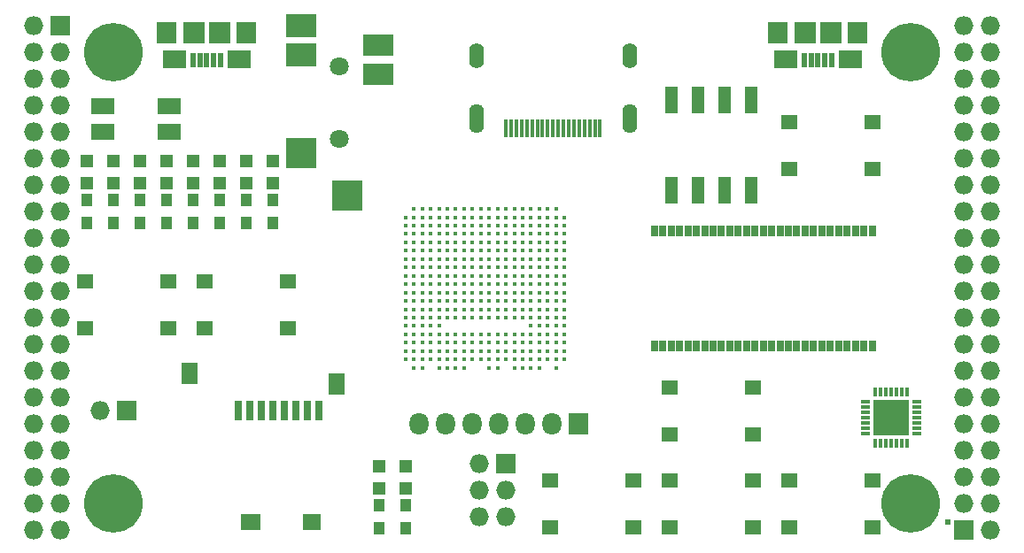
<source format=gts>
G04 #@! TF.FileFunction,Soldermask,Top*
%FSLAX46Y46*%
G04 Gerber Fmt 4.6, Leading zero omitted, Abs format (unit mm)*
G04 Created by KiCad (PCBNEW 4.0.7+dfsg1-1) date Wed Oct 11 12:58:41 2017*
%MOMM*%
%LPD*%
G01*
G04 APERTURE LIST*
%ADD10C,0.100000*%
%ADD11R,0.800000X1.900000*%
%ADD12R,1.700000X1.500000*%
%ADD13R,1.900000X1.500000*%
%ADD14R,1.500000X2.000000*%
%ADD15R,1.298880X1.298880*%
%ADD16R,0.660000X1.000000*%
%ADD17R,1.827200X1.827200*%
%ADD18O,1.827200X1.827200*%
%ADD19C,5.600000*%
%ADD20R,2.300000X1.500000*%
%ADD21R,1.000000X1.300000*%
%ADD22R,2.200000X1.700000*%
%ADD23R,2.000000X2.000000*%
%ADD24R,0.500000X1.450000*%
%ADD25R,1.900000X2.000000*%
%ADD26O,0.950000X0.400000*%
%ADD27O,0.400000X0.950000*%
%ADD28R,1.775000X1.775000*%
%ADD29R,0.600000X0.600000*%
%ADD30R,1.827200X2.132000*%
%ADD31O,1.827200X2.132000*%
%ADD32R,2.900000X2.300000*%
%ADD33R,2.900000X2.900000*%
%ADD34R,2.900000X2.100000*%
%ADD35C,1.800000*%
%ADD36O,1.400000X2.800000*%
%ADD37O,1.400000X2.400000*%
%ADD38R,0.350000X1.700000*%
%ADD39R,1.650000X1.400000*%
%ADD40R,1.220000X2.540000*%
%ADD41C,0.430000*%
G04 APERTURE END LIST*
D10*
D11*
X114930000Y-99520000D03*
X116030000Y-99520000D03*
X117130000Y-99520000D03*
X118230000Y-99520000D03*
X119330000Y-99520000D03*
X120430000Y-99520000D03*
X121530000Y-99520000D03*
X122630000Y-99520000D03*
D12*
X121920000Y-110120000D03*
D13*
X116120000Y-110120000D03*
D14*
X124320000Y-96970000D03*
X110270000Y-95970000D03*
D15*
X118230000Y-77709020D03*
X118230000Y-75610980D03*
X115690000Y-77709020D03*
X115690000Y-75610980D03*
X113150000Y-77709020D03*
X113150000Y-75610980D03*
X110610000Y-77709020D03*
X110610000Y-75610980D03*
X108070000Y-77709020D03*
X108070000Y-75610980D03*
X105530000Y-77709020D03*
X105530000Y-75610980D03*
X102990000Y-77709020D03*
X102990000Y-75610980D03*
X100450000Y-77709020D03*
X100450000Y-75610980D03*
D16*
X175480000Y-82270000D03*
X154680000Y-93330000D03*
X155480000Y-93330000D03*
X156280000Y-93330000D03*
X157080000Y-93330000D03*
X157880000Y-93330000D03*
X158680000Y-93330000D03*
X159480000Y-93330000D03*
X160280000Y-93330000D03*
X161080000Y-93330000D03*
X161880000Y-93330000D03*
X162680000Y-93330000D03*
X163480000Y-93330000D03*
X164280000Y-93330000D03*
X165080000Y-93330000D03*
X165880000Y-93330000D03*
X166680000Y-93330000D03*
X167480000Y-93330000D03*
X168280000Y-93330000D03*
X169080000Y-93330000D03*
X169880000Y-93330000D03*
X170680000Y-93330000D03*
X171480000Y-93330000D03*
X172280000Y-93330000D03*
X173080000Y-93330000D03*
X173880000Y-93330000D03*
X174680000Y-93330000D03*
X175480000Y-93330000D03*
X174680000Y-82270000D03*
X173880000Y-82270000D03*
X173080000Y-82270000D03*
X172280000Y-82270000D03*
X171480000Y-82270000D03*
X170680000Y-82270000D03*
X169880000Y-82270000D03*
X169080000Y-82270000D03*
X168280000Y-82270000D03*
X167480000Y-82270000D03*
X166680000Y-82270000D03*
X165880000Y-82270000D03*
X165080000Y-82270000D03*
X164280000Y-82270000D03*
X163480000Y-82270000D03*
X162680000Y-82270000D03*
X161880000Y-82270000D03*
X161080000Y-82270000D03*
X160280000Y-82270000D03*
X159480000Y-82270000D03*
X158680000Y-82270000D03*
X157880000Y-82270000D03*
X157080000Y-82270000D03*
X156280000Y-82270000D03*
X155480000Y-82270000D03*
X154680000Y-82270000D03*
D17*
X97910000Y-62690000D03*
D18*
X95370000Y-62690000D03*
X97910000Y-65230000D03*
X95370000Y-65230000D03*
X97910000Y-67770000D03*
X95370000Y-67770000D03*
X97910000Y-70310000D03*
X95370000Y-70310000D03*
X97910000Y-72850000D03*
X95370000Y-72850000D03*
X97910000Y-75390000D03*
X95370000Y-75390000D03*
X97910000Y-77930000D03*
X95370000Y-77930000D03*
X97910000Y-80470000D03*
X95370000Y-80470000D03*
X97910000Y-83010000D03*
X95370000Y-83010000D03*
X97910000Y-85550000D03*
X95370000Y-85550000D03*
X97910000Y-88090000D03*
X95370000Y-88090000D03*
X97910000Y-90630000D03*
X95370000Y-90630000D03*
X97910000Y-93170000D03*
X95370000Y-93170000D03*
X97910000Y-95710000D03*
X95370000Y-95710000D03*
X97910000Y-98250000D03*
X95370000Y-98250000D03*
X97910000Y-100790000D03*
X95370000Y-100790000D03*
X97910000Y-103330000D03*
X95370000Y-103330000D03*
X97910000Y-105870000D03*
X95370000Y-105870000D03*
X97910000Y-108410000D03*
X95370000Y-108410000D03*
X97910000Y-110950000D03*
X95370000Y-110950000D03*
D17*
X184270000Y-110950000D03*
D18*
X186810000Y-110950000D03*
X184270000Y-108410000D03*
X186810000Y-108410000D03*
X184270000Y-105870000D03*
X186810000Y-105870000D03*
X184270000Y-103330000D03*
X186810000Y-103330000D03*
X184270000Y-100790000D03*
X186810000Y-100790000D03*
X184270000Y-98250000D03*
X186810000Y-98250000D03*
X184270000Y-95710000D03*
X186810000Y-95710000D03*
X184270000Y-93170000D03*
X186810000Y-93170000D03*
X184270000Y-90630000D03*
X186810000Y-90630000D03*
X184270000Y-88090000D03*
X186810000Y-88090000D03*
X184270000Y-85550000D03*
X186810000Y-85550000D03*
X184270000Y-83010000D03*
X186810000Y-83010000D03*
X184270000Y-80470000D03*
X186810000Y-80470000D03*
X184270000Y-77930000D03*
X186810000Y-77930000D03*
X184270000Y-75390000D03*
X186810000Y-75390000D03*
X184270000Y-72850000D03*
X186810000Y-72850000D03*
X184270000Y-70310000D03*
X186810000Y-70310000D03*
X184270000Y-67770000D03*
X186810000Y-67770000D03*
X184270000Y-65230000D03*
X186810000Y-65230000D03*
X184270000Y-62690000D03*
X186810000Y-62690000D03*
D19*
X102990000Y-108410000D03*
X179190000Y-108410000D03*
X179190000Y-65230000D03*
X102990000Y-65230000D03*
D20*
X108274000Y-70330000D03*
X101974000Y-70330000D03*
X101974000Y-72830000D03*
X108274000Y-72830000D03*
D17*
X104260000Y-99520000D03*
D18*
X101720000Y-99520000D03*
D15*
X128390000Y-104820980D03*
X128390000Y-106919020D03*
X130930000Y-104820980D03*
X130930000Y-106919020D03*
D21*
X128390000Y-108580000D03*
X128390000Y-110780000D03*
X130930000Y-110780000D03*
X130930000Y-108580000D03*
D22*
X114980000Y-65875000D03*
X108780000Y-65875000D03*
D23*
X113080000Y-63325000D03*
X110680000Y-63325000D03*
D24*
X113180000Y-66000000D03*
X112530000Y-66000000D03*
X111880000Y-66000000D03*
X111230000Y-66000000D03*
X110580000Y-66000000D03*
D25*
X115680000Y-63325000D03*
X108080000Y-63325000D03*
D22*
X173400000Y-65875000D03*
X167200000Y-65875000D03*
D23*
X171500000Y-63325000D03*
X169100000Y-63325000D03*
D24*
X171600000Y-66000000D03*
X170950000Y-66000000D03*
X170300000Y-66000000D03*
X169650000Y-66000000D03*
X169000000Y-66000000D03*
D25*
X174100000Y-63325000D03*
X166500000Y-63325000D03*
D17*
X140455000Y-104600000D03*
D18*
X137915000Y-104600000D03*
X140455000Y-107140000D03*
X137915000Y-107140000D03*
X140455000Y-109680000D03*
X137915000Y-109680000D03*
D21*
X118230000Y-81570000D03*
X118230000Y-79370000D03*
X115690000Y-81570000D03*
X115690000Y-79370000D03*
X113150000Y-81570000D03*
X113150000Y-79370000D03*
X110610000Y-81570000D03*
X110610000Y-79370000D03*
X108070000Y-81570000D03*
X108070000Y-79370000D03*
X105530000Y-81570000D03*
X105530000Y-79370000D03*
X102990000Y-81570000D03*
X102990000Y-79370000D03*
X100450000Y-81570000D03*
X100450000Y-79370000D03*
D26*
X179735000Y-101655000D03*
X179735000Y-101155000D03*
X179735000Y-100655000D03*
X179735000Y-100155000D03*
X179735000Y-99655000D03*
X179735000Y-99155000D03*
X179735000Y-98655000D03*
D27*
X178785000Y-97705000D03*
X178285000Y-97705000D03*
X177785000Y-97705000D03*
X177285000Y-97705000D03*
X176785000Y-97705000D03*
X176285000Y-97705000D03*
X175785000Y-97705000D03*
D26*
X174835000Y-98655000D03*
X174835000Y-99155000D03*
X174835000Y-99655000D03*
X174835000Y-100155000D03*
X174835000Y-100655000D03*
X174835000Y-101155000D03*
X174835000Y-101655000D03*
D27*
X175785000Y-102605000D03*
X176285000Y-102605000D03*
X176785000Y-102605000D03*
X177285000Y-102605000D03*
X177785000Y-102605000D03*
X178285000Y-102605000D03*
X178785000Y-102605000D03*
D28*
X176447500Y-99317500D03*
X176447500Y-100992500D03*
X178122500Y-99317500D03*
X178122500Y-100992500D03*
D29*
X182680000Y-110200000D03*
D30*
X147440000Y-100790000D03*
D31*
X144900000Y-100790000D03*
X142360000Y-100790000D03*
X139820000Y-100790000D03*
X137280000Y-100790000D03*
X134740000Y-100790000D03*
X132200000Y-100790000D03*
D32*
X120880000Y-62640000D03*
X120880000Y-65440000D03*
D33*
X120880000Y-74840000D03*
X125330000Y-78940000D03*
D34*
X128280000Y-67340000D03*
X128280000Y-64540000D03*
D35*
X124580000Y-66540000D03*
X124580000Y-73540000D03*
D36*
X152280000Y-71550000D03*
X137680000Y-71550000D03*
D37*
X137680000Y-65500000D03*
D38*
X140480000Y-72500000D03*
X140980000Y-72500000D03*
X141480000Y-72500000D03*
X141980000Y-72500000D03*
X142480000Y-72500000D03*
X142980000Y-72500000D03*
X143480000Y-72500000D03*
X143980000Y-72500000D03*
X144480000Y-72500000D03*
X144980000Y-72500000D03*
X145480000Y-72500000D03*
X145980000Y-72500000D03*
X146480000Y-72500000D03*
X146980000Y-72500000D03*
X147480000Y-72500000D03*
X147980000Y-72500000D03*
X148480000Y-72500000D03*
X148980000Y-72500000D03*
X149480000Y-72500000D03*
D37*
X152280000Y-65500000D03*
D39*
X175550000Y-71870000D03*
X175550000Y-76370000D03*
X167590000Y-76370000D03*
X167590000Y-71870000D03*
X100280000Y-91610000D03*
X100280000Y-87110000D03*
X108240000Y-87110000D03*
X108240000Y-91610000D03*
X111710000Y-91610000D03*
X111710000Y-87110000D03*
X119670000Y-87110000D03*
X119670000Y-91610000D03*
X156160000Y-101770000D03*
X156160000Y-97270000D03*
X164120000Y-97270000D03*
X164120000Y-101770000D03*
X164120000Y-106160000D03*
X164120000Y-110660000D03*
X156160000Y-110660000D03*
X156160000Y-106160000D03*
X152690000Y-106160000D03*
X152690000Y-110660000D03*
X144730000Y-110660000D03*
X144730000Y-106160000D03*
X175550000Y-106160000D03*
X175550000Y-110660000D03*
X167590000Y-110660000D03*
X167590000Y-106160000D03*
D40*
X163950000Y-69815000D03*
X156330000Y-78425000D03*
X161410000Y-69815000D03*
X158870000Y-78425000D03*
X158870000Y-69815000D03*
X161410000Y-78425000D03*
X156330000Y-69815000D03*
X163950000Y-78425000D03*
D41*
X131680000Y-80200000D03*
X132480000Y-80200000D03*
X133280000Y-80200000D03*
X134080000Y-80200000D03*
X134880000Y-80200000D03*
X135680000Y-80200000D03*
X136480000Y-80200000D03*
X137280000Y-80200000D03*
X138080000Y-80200000D03*
X138880000Y-80200000D03*
X139680000Y-80200000D03*
X140480000Y-80200000D03*
X141280000Y-80200000D03*
X142080000Y-80200000D03*
X142880000Y-80200000D03*
X143680000Y-80200000D03*
X144480000Y-80200000D03*
X145280000Y-80200000D03*
X130880000Y-81000000D03*
X131680000Y-81000000D03*
X132480000Y-81000000D03*
X133280000Y-81000000D03*
X134080000Y-81000000D03*
X134880000Y-81000000D03*
X135680000Y-81000000D03*
X136480000Y-81000000D03*
X137280000Y-81000000D03*
X138080000Y-81000000D03*
X138880000Y-81000000D03*
X139680000Y-81000000D03*
X140480000Y-81000000D03*
X141280000Y-81000000D03*
X142080000Y-81000000D03*
X142880000Y-81000000D03*
X143680000Y-81000000D03*
X144480000Y-81000000D03*
X145280000Y-81000000D03*
X146080000Y-81000000D03*
X130880000Y-81800000D03*
X131680000Y-81800000D03*
X132480000Y-81800000D03*
X133280000Y-81800000D03*
X134080000Y-81800000D03*
X134880000Y-81800000D03*
X135680000Y-81800000D03*
X136480000Y-81800000D03*
X137280000Y-81800000D03*
X138080000Y-81800000D03*
X138880000Y-81800000D03*
X139680000Y-81800000D03*
X140480000Y-81800000D03*
X141280000Y-81800000D03*
X142080000Y-81800000D03*
X142880000Y-81800000D03*
X143680000Y-81800000D03*
X144480000Y-81800000D03*
X145280000Y-81800000D03*
X146080000Y-81800000D03*
X130880000Y-82600000D03*
X131680000Y-82600000D03*
X132480000Y-82600000D03*
X133280000Y-82600000D03*
X134080000Y-82600000D03*
X134880000Y-82600000D03*
X135680000Y-82600000D03*
X136480000Y-82600000D03*
X137280000Y-82600000D03*
X138080000Y-82600000D03*
X138880000Y-82600000D03*
X139680000Y-82600000D03*
X140480000Y-82600000D03*
X141280000Y-82600000D03*
X142080000Y-82600000D03*
X142880000Y-82600000D03*
X143680000Y-82600000D03*
X144480000Y-82600000D03*
X145280000Y-82600000D03*
X146080000Y-82600000D03*
X130880000Y-83400000D03*
X131680000Y-83400000D03*
X132480000Y-83400000D03*
X133280000Y-83400000D03*
X134080000Y-83400000D03*
X134880000Y-83400000D03*
X135680000Y-83400000D03*
X136480000Y-83400000D03*
X137280000Y-83400000D03*
X138080000Y-83400000D03*
X138880000Y-83400000D03*
X139680000Y-83400000D03*
X140480000Y-83400000D03*
X141280000Y-83400000D03*
X142080000Y-83400000D03*
X142880000Y-83400000D03*
X143680000Y-83400000D03*
X144480000Y-83400000D03*
X145280000Y-83400000D03*
X146080000Y-83400000D03*
X130880000Y-84200000D03*
X131680000Y-84200000D03*
X132480000Y-84200000D03*
X133280000Y-84200000D03*
X134080000Y-84200000D03*
X134880000Y-84200000D03*
X135680000Y-84200000D03*
X136480000Y-84200000D03*
X137280000Y-84200000D03*
X138080000Y-84200000D03*
X138880000Y-84200000D03*
X139680000Y-84200000D03*
X140480000Y-84200000D03*
X141280000Y-84200000D03*
X142080000Y-84200000D03*
X142880000Y-84200000D03*
X143680000Y-84200000D03*
X144480000Y-84200000D03*
X145280000Y-84200000D03*
X146080000Y-84200000D03*
X130880000Y-85000000D03*
X131680000Y-85000000D03*
X132480000Y-85000000D03*
X133280000Y-85000000D03*
X134080000Y-85000000D03*
X134880000Y-85000000D03*
X135680000Y-85000000D03*
X136480000Y-85000000D03*
X137280000Y-85000000D03*
X138080000Y-85000000D03*
X138880000Y-85000000D03*
X139680000Y-85000000D03*
X140480000Y-85000000D03*
X141280000Y-85000000D03*
X142080000Y-85000000D03*
X142880000Y-85000000D03*
X143680000Y-85000000D03*
X144480000Y-85000000D03*
X145280000Y-85000000D03*
X146080000Y-85000000D03*
X130880000Y-85800000D03*
X131680000Y-85800000D03*
X132480000Y-85800000D03*
X133280000Y-85800000D03*
X134080000Y-85800000D03*
X134880000Y-85800000D03*
X135680000Y-85800000D03*
X136480000Y-85800000D03*
X137280000Y-85800000D03*
X138080000Y-85800000D03*
X138880000Y-85800000D03*
X139680000Y-85800000D03*
X140480000Y-85800000D03*
X141280000Y-85800000D03*
X142080000Y-85800000D03*
X142880000Y-85800000D03*
X143680000Y-85800000D03*
X144480000Y-85800000D03*
X145280000Y-85800000D03*
X146080000Y-85800000D03*
X130880000Y-86600000D03*
X131680000Y-86600000D03*
X132480000Y-86600000D03*
X133280000Y-86600000D03*
X134080000Y-86600000D03*
X134880000Y-86600000D03*
X135680000Y-86600000D03*
X136480000Y-86600000D03*
X137280000Y-86600000D03*
X138080000Y-86600000D03*
X138880000Y-86600000D03*
X139680000Y-86600000D03*
X140480000Y-86600000D03*
X141280000Y-86600000D03*
X142080000Y-86600000D03*
X142880000Y-86600000D03*
X143680000Y-86600000D03*
X144480000Y-86600000D03*
X145280000Y-86600000D03*
X146080000Y-86600000D03*
X130880000Y-87400000D03*
X131680000Y-87400000D03*
X132480000Y-87400000D03*
X133280000Y-87400000D03*
X134080000Y-87400000D03*
X134880000Y-87400000D03*
X135680000Y-87400000D03*
X136480000Y-87400000D03*
X137280000Y-87400000D03*
X138080000Y-87400000D03*
X138880000Y-87400000D03*
X139680000Y-87400000D03*
X140480000Y-87400000D03*
X141280000Y-87400000D03*
X142080000Y-87400000D03*
X142880000Y-87400000D03*
X143680000Y-87400000D03*
X144480000Y-87400000D03*
X145280000Y-87400000D03*
X146080000Y-87400000D03*
X130880000Y-88200000D03*
X131680000Y-88200000D03*
X132480000Y-88200000D03*
X133280000Y-88200000D03*
X134080000Y-88200000D03*
X134880000Y-88200000D03*
X135680000Y-88200000D03*
X136480000Y-88200000D03*
X137280000Y-88200000D03*
X138080000Y-88200000D03*
X138880000Y-88200000D03*
X139680000Y-88200000D03*
X140480000Y-88200000D03*
X141280000Y-88200000D03*
X142080000Y-88200000D03*
X142880000Y-88200000D03*
X143680000Y-88200000D03*
X144480000Y-88200000D03*
X145280000Y-88200000D03*
X146080000Y-88200000D03*
X130880000Y-89000000D03*
X131680000Y-89000000D03*
X132480000Y-89000000D03*
X133280000Y-89000000D03*
X134080000Y-89000000D03*
X134880000Y-89000000D03*
X135680000Y-89000000D03*
X136480000Y-89000000D03*
X137280000Y-89000000D03*
X138080000Y-89000000D03*
X138880000Y-89000000D03*
X139680000Y-89000000D03*
X140480000Y-89000000D03*
X141280000Y-89000000D03*
X142080000Y-89000000D03*
X142880000Y-89000000D03*
X143680000Y-89000000D03*
X144480000Y-89000000D03*
X145280000Y-89000000D03*
X146080000Y-89000000D03*
X130880000Y-89800000D03*
X131680000Y-89800000D03*
X132480000Y-89800000D03*
X133280000Y-89800000D03*
X134080000Y-89800000D03*
X134880000Y-89800000D03*
X135680000Y-89800000D03*
X136480000Y-89800000D03*
X137280000Y-89800000D03*
X138080000Y-89800000D03*
X138880000Y-89800000D03*
X139680000Y-89800000D03*
X140480000Y-89800000D03*
X141280000Y-89800000D03*
X142080000Y-89800000D03*
X142880000Y-89800000D03*
X143680000Y-89800000D03*
X144480000Y-89800000D03*
X145280000Y-89800000D03*
X146080000Y-89800000D03*
X130880000Y-90600000D03*
X131680000Y-90600000D03*
X132480000Y-90600000D03*
X133280000Y-90600000D03*
X134080000Y-90600000D03*
X134880000Y-90600000D03*
X135680000Y-90600000D03*
X136480000Y-90600000D03*
X137280000Y-90600000D03*
X138080000Y-90600000D03*
X138880000Y-90600000D03*
X139680000Y-90600000D03*
X140480000Y-90600000D03*
X141280000Y-90600000D03*
X142080000Y-90600000D03*
X142880000Y-90600000D03*
X143680000Y-90600000D03*
X144480000Y-90600000D03*
X145280000Y-90600000D03*
X146080000Y-90600000D03*
X130880000Y-91400000D03*
X131680000Y-91400000D03*
X132480000Y-91400000D03*
X133280000Y-91400000D03*
X134080000Y-91400000D03*
X142880000Y-91400000D03*
X143680000Y-91400000D03*
X144480000Y-91400000D03*
X145280000Y-91400000D03*
X146080000Y-91400000D03*
X130880000Y-92200000D03*
X131680000Y-92200000D03*
X132480000Y-92200000D03*
X133280000Y-92200000D03*
X134080000Y-92200000D03*
X134880000Y-92200000D03*
X135680000Y-92200000D03*
X136480000Y-92200000D03*
X137280000Y-92200000D03*
X138080000Y-92200000D03*
X138880000Y-92200000D03*
X139680000Y-92200000D03*
X140480000Y-92200000D03*
X141280000Y-92200000D03*
X142080000Y-92200000D03*
X142880000Y-92200000D03*
X143680000Y-92200000D03*
X144480000Y-92200000D03*
X145280000Y-92200000D03*
X146080000Y-92200000D03*
X130880000Y-93000000D03*
X131680000Y-93000000D03*
X132480000Y-93000000D03*
X133280000Y-93000000D03*
X134080000Y-93000000D03*
X134880000Y-93000000D03*
X135680000Y-93000000D03*
X136480000Y-93000000D03*
X137280000Y-93000000D03*
X138080000Y-93000000D03*
X138880000Y-93000000D03*
X139680000Y-93000000D03*
X140480000Y-93000000D03*
X141280000Y-93000000D03*
X142080000Y-93000000D03*
X142880000Y-93000000D03*
X143680000Y-93000000D03*
X144480000Y-93000000D03*
X145280000Y-93000000D03*
X146080000Y-93000000D03*
X130880000Y-93800000D03*
X131680000Y-93800000D03*
X132480000Y-93800000D03*
X133280000Y-93800000D03*
X134080000Y-93800000D03*
X134880000Y-93800000D03*
X135680000Y-93800000D03*
X136480000Y-93800000D03*
X137280000Y-93800000D03*
X138080000Y-93800000D03*
X138880000Y-93800000D03*
X139680000Y-93800000D03*
X140480000Y-93800000D03*
X141280000Y-93800000D03*
X142080000Y-93800000D03*
X142880000Y-93800000D03*
X143680000Y-93800000D03*
X144480000Y-93800000D03*
X145280000Y-93800000D03*
X146080000Y-93800000D03*
X130880000Y-94600000D03*
X131680000Y-94600000D03*
X132480000Y-94600000D03*
X133280000Y-94600000D03*
X134080000Y-94600000D03*
X134880000Y-94600000D03*
X135680000Y-94600000D03*
X136480000Y-94600000D03*
X137280000Y-94600000D03*
X138080000Y-94600000D03*
X138880000Y-94600000D03*
X139680000Y-94600000D03*
X140480000Y-94600000D03*
X141280000Y-94600000D03*
X142080000Y-94600000D03*
X142880000Y-94600000D03*
X143680000Y-94600000D03*
X144480000Y-94600000D03*
X145280000Y-94600000D03*
X146080000Y-94600000D03*
X131680000Y-95400000D03*
X132480000Y-95400000D03*
X134080000Y-95400000D03*
X134880000Y-95400000D03*
X135680000Y-95400000D03*
X136480000Y-95400000D03*
X138880000Y-95400000D03*
X139680000Y-95400000D03*
X141280000Y-95400000D03*
X142080000Y-95400000D03*
X142880000Y-95400000D03*
X143680000Y-95400000D03*
X145280000Y-95400000D03*
M02*

</source>
